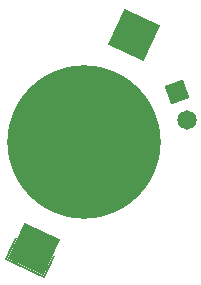
<source format=gbs>
%FSLAX24Y24*%
%MOIN*%
G70*
G01*
G75*
G04 Layer_Color=16711935*
%ADD10C,0.0500*%
%ADD11C,0.0060*%
G04:AMPARAMS|DCode=12|XSize=19.7mil|YSize=23.6mil|CornerRadius=0mil|HoleSize=0mil|Usage=FLASHONLY|Rotation=225.000|XOffset=0mil|YOffset=0mil|HoleType=Round|Shape=Rectangle|*
%AMROTATEDRECTD12*
4,1,4,-0.0014,0.0153,0.0153,-0.0014,0.0014,-0.0153,-0.0153,0.0014,-0.0014,0.0153,0.0*
%
%ADD12ROTATEDRECTD12*%

G04:AMPARAMS|DCode=13|XSize=21.7mil|YSize=23.6mil|CornerRadius=0mil|HoleSize=0mil|Usage=FLASHONLY|Rotation=135.000|XOffset=0mil|YOffset=0mil|HoleType=Round|Shape=Rectangle|*
%AMROTATEDRECTD13*
4,1,4,0.0160,0.0007,-0.0007,-0.0160,-0.0160,-0.0007,0.0007,0.0160,0.0160,0.0007,0.0*
%
%ADD13ROTATEDRECTD13*%

%ADD14C,0.0394*%
G04:AMPARAMS|DCode=15|XSize=19.7mil|YSize=23.6mil|CornerRadius=0mil|HoleSize=0mil|Usage=FLASHONLY|Rotation=135.000|XOffset=0mil|YOffset=0mil|HoleType=Round|Shape=Rectangle|*
%AMROTATEDRECTD15*
4,1,4,0.0153,0.0014,-0.0014,-0.0153,-0.0153,-0.0014,0.0014,0.0153,0.0153,0.0014,0.0*
%
%ADD15ROTATEDRECTD15*%

%ADD16R,0.0236X0.0197*%
%ADD17C,0.0310*%
G04:AMPARAMS|DCode=18|XSize=39.4mil|YSize=70.9mil|CornerRadius=0mil|HoleSize=0mil|Usage=FLASHONLY|Rotation=45.000|XOffset=0mil|YOffset=0mil|HoleType=Round|Shape=Rectangle|*
%AMROTATEDRECTD18*
4,1,4,0.0111,-0.0390,-0.0390,0.0111,-0.0111,0.0390,0.0390,-0.0111,0.0111,-0.0390,0.0*
%
%ADD18ROTATEDRECTD18*%

G04:AMPARAMS|DCode=19|XSize=47.2mil|YSize=43.3mil|CornerRadius=0mil|HoleSize=0mil|Usage=FLASHONLY|Rotation=45.000|XOffset=0mil|YOffset=0mil|HoleType=Round|Shape=Rectangle|*
%AMROTATEDRECTD19*
4,1,4,-0.0014,-0.0320,-0.0320,-0.0014,0.0014,0.0320,0.0320,0.0014,-0.0014,-0.0320,0.0*
%
%ADD19ROTATEDRECTD19*%

%ADD20C,0.0071*%
%ADD21P,0.0251X4X65.0*%
%ADD22R,0.0256X0.0197*%
%ADD23C,0.0087*%
G04:AMPARAMS|DCode=24|XSize=25.6mil|YSize=27.6mil|CornerRadius=0mil|HoleSize=0mil|Usage=FLASHONLY|Rotation=110.000|XOffset=0mil|YOffset=0mil|HoleType=Round|Shape=Rectangle|*
%AMROTATEDRECTD24*
4,1,4,0.0173,-0.0073,-0.0086,-0.0167,-0.0173,0.0073,0.0086,0.0167,0.0173,-0.0073,0.0*
%
%ADD24ROTATEDRECTD24*%

G04:AMPARAMS|DCode=25|XSize=25.6mil|YSize=27.6mil|CornerRadius=0mil|HoleSize=0mil|Usage=FLASHONLY|Rotation=20.000|XOffset=0mil|YOffset=0mil|HoleType=Round|Shape=Rectangle|*
%AMROTATEDRECTD25*
4,1,4,-0.0073,-0.0173,-0.0167,0.0086,0.0073,0.0173,0.0167,-0.0086,-0.0073,-0.0173,0.0*
%
%ADD25ROTATEDRECTD25*%

%ADD26C,0.0100*%
%ADD27C,0.0150*%
%ADD28C,0.0050*%
%ADD29C,0.0080*%
%ADD30C,0.0090*%
%ADD31C,0.0200*%
%ADD32P,0.0835X4X335.0*%
%ADD33C,0.0591*%
%ADD34C,0.0390*%
%ADD35C,0.0240*%
%ADD36C,0.0100*%
%ADD37P,0.1771X4X290.0*%
%ADD38C,0.0059*%
%ADD39C,0.0079*%
%ADD40C,0.0039*%
%ADD41C,0.0070*%
G04:AMPARAMS|DCode=42|XSize=25.7mil|YSize=29.6mil|CornerRadius=0mil|HoleSize=0mil|Usage=FLASHONLY|Rotation=225.000|XOffset=0mil|YOffset=0mil|HoleType=Round|Shape=Rectangle|*
%AMROTATEDRECTD42*
4,1,4,-0.0014,0.0196,0.0196,-0.0014,0.0014,-0.0196,-0.0196,0.0014,-0.0014,0.0196,0.0*
%
%ADD42ROTATEDRECTD42*%

G04:AMPARAMS|DCode=43|XSize=27.7mil|YSize=29.6mil|CornerRadius=0mil|HoleSize=0mil|Usage=FLASHONLY|Rotation=135.000|XOffset=0mil|YOffset=0mil|HoleType=Round|Shape=Rectangle|*
%AMROTATEDRECTD43*
4,1,4,0.0203,0.0007,-0.0007,-0.0203,-0.0203,-0.0007,0.0007,0.0203,0.0203,0.0007,0.0*
%
%ADD43ROTATEDRECTD43*%

%ADD44C,0.0454*%
G04:AMPARAMS|DCode=45|XSize=25.7mil|YSize=29.6mil|CornerRadius=0mil|HoleSize=0mil|Usage=FLASHONLY|Rotation=135.000|XOffset=0mil|YOffset=0mil|HoleType=Round|Shape=Rectangle|*
%AMROTATEDRECTD45*
4,1,4,0.0196,0.0014,-0.0014,-0.0196,-0.0196,-0.0014,0.0014,0.0196,0.0196,0.0014,0.0*
%
%ADD45ROTATEDRECTD45*%

%ADD46R,0.0296X0.0257*%
%ADD47C,0.0370*%
G04:AMPARAMS|DCode=48|XSize=45.4mil|YSize=76.9mil|CornerRadius=0mil|HoleSize=0mil|Usage=FLASHONLY|Rotation=45.000|XOffset=0mil|YOffset=0mil|HoleType=Round|Shape=Rectangle|*
%AMROTATEDRECTD48*
4,1,4,0.0111,-0.0432,-0.0432,0.0111,-0.0111,0.0432,0.0432,-0.0111,0.0111,-0.0432,0.0*
%
%ADD48ROTATEDRECTD48*%

G04:AMPARAMS|DCode=49|XSize=53.2mil|YSize=49.3mil|CornerRadius=0mil|HoleSize=0mil|Usage=FLASHONLY|Rotation=45.000|XOffset=0mil|YOffset=0mil|HoleType=Round|Shape=Rectangle|*
%AMROTATEDRECTD49*
4,1,4,-0.0014,-0.0363,-0.0363,-0.0014,0.0014,0.0363,0.0363,0.0014,-0.0014,-0.0363,0.0*
%
%ADD49ROTATEDRECTD49*%

%ADD50C,0.0131*%
%ADD51C,0.0151*%
%ADD52P,0.0335X4X65.0*%
%ADD53R,0.0316X0.0257*%
%ADD54C,0.0126*%
G04:AMPARAMS|DCode=55|XSize=31.6mil|YSize=33.6mil|CornerRadius=0mil|HoleSize=0mil|Usage=FLASHONLY|Rotation=110.000|XOffset=0mil|YOffset=0mil|HoleType=Round|Shape=Rectangle|*
%AMROTATEDRECTD55*
4,1,4,0.0212,-0.0091,-0.0104,-0.0206,-0.0212,0.0091,0.0104,0.0206,0.0212,-0.0091,0.0*
%
%ADD55ROTATEDRECTD55*%

G04:AMPARAMS|DCode=56|XSize=31.6mil|YSize=33.6mil|CornerRadius=0mil|HoleSize=0mil|Usage=FLASHONLY|Rotation=20.000|XOffset=0mil|YOffset=0mil|HoleType=Round|Shape=Rectangle|*
%AMROTATEDRECTD56*
4,1,4,-0.0091,-0.0212,-0.0206,0.0104,0.0091,0.0212,0.0206,-0.0104,-0.0091,-0.0212,0.0*
%
%ADD56ROTATEDRECTD56*%

%ADD57P,0.0920X4X335.0*%
%ADD58C,0.0651*%
%ADD59C,0.5118*%
%ADD60P,0.1855X4X290.0*%
D11*
X-2611Y-3916D02*
X-1328Y-4518D01*
X-995Y-3808D01*
X-2611Y-3916D02*
X-2280Y-3210D01*
D57*
X3089Y1670D02*
D03*
D58*
X3431Y730D02*
D03*
D59*
X0Y0D02*
D03*
D60*
X1667Y3575D02*
D03*
X-1667Y-3575D02*
D03*
M02*

</source>
